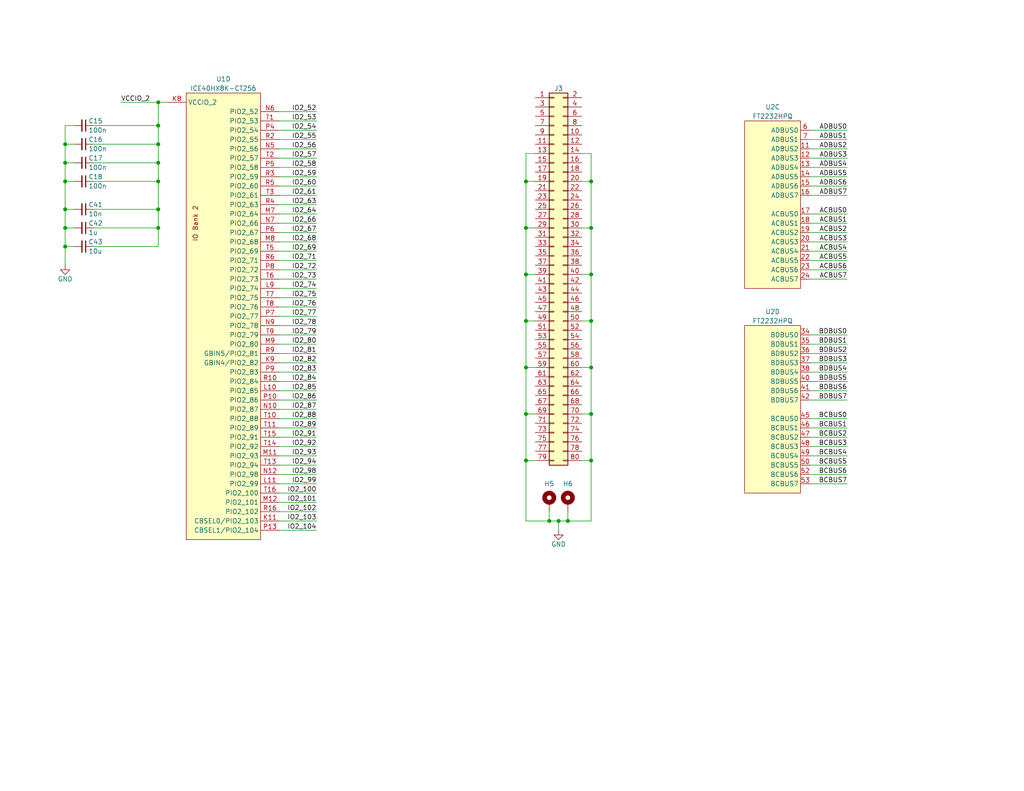
<source format=kicad_sch>
(kicad_sch (version 20211123) (generator eeschema)
  (paper "USLetter")
  (title_block (title "iCE40HX8K Development Board") (date "2022-04-30") (rev "0.1") (company "© 2022 Sam Hanes, licensed under CERN-OHL-S v2+") (comment 1 "https://github.com/Elemecca/ice40-dev"))
  (junction (at 161.29 49.53))
  (junction (at 161.29 125.73))
  (junction (at 43.18 62.23))
  (junction (at 17.78 62.23))
  (junction (at 17.78 67.31))
  (junction (at 143.51 100.33))
  (junction (at 43.18 27.94))
  (junction (at 161.29 113.03))
  (junction (at 43.18 34.29))
  (junction (at 143.51 87.63))
  (junction (at 143.51 74.93))
  (junction (at 154.94 142.24))
  (junction (at 17.78 44.45))
  (junction (at 152.4 142.24))
  (junction (at 143.51 49.53))
  (junction (at 161.29 74.93))
  (junction (at 143.51 125.73))
  (junction (at 161.29 87.63))
  (junction (at 161.29 100.33))
  (junction (at 43.18 49.53))
  (junction (at 143.51 62.23))
  (junction (at 43.18 57.15))
  (junction (at 17.78 49.53))
  (junction (at 143.51 113.03))
  (junction (at 43.18 44.45))
  (junction (at 17.78 57.15))
  (junction (at 17.78 39.37))
  (junction (at 161.29 62.23))
  (junction (at 43.18 39.37))
  (junction (at 149.86 142.24))
  (wire (pts (xy 43.18 49.53) (xy 43.18 57.15)))
  (wire (pts (xy 76.2 121.92) (xy 86.36 121.92)))
  (wire (pts (xy 76.2 111.76) (xy 86.36 111.76)))
  (wire (pts (xy 76.2 60.96) (xy 86.36 60.96)))
  (wire (pts (xy 20.32 34.29) (xy 17.78 34.29)))
  (wire (pts (xy 43.18 57.15) (xy 43.18 62.23)))
  (wire (pts (xy 76.2 106.68) (xy 86.36 106.68)))
  (wire (pts (xy 76.2 43.18) (xy 86.36 43.18)))
  (wire (pts (xy 43.18 44.45) (xy 25.4 44.45)))
  (wire (pts (xy 220.98 101.6) (xy 231.14 101.6)))
  (wire (pts (xy 76.2 109.22) (xy 86.36 109.22)))
  (wire (pts (xy 161.29 113.03) (xy 161.29 125.73)))
  (wire (pts (xy 220.98 40.64) (xy 231.14 40.64)))
  (wire (pts (xy 220.98 63.5) (xy 231.14 63.5)))
  (wire (pts (xy 76.2 132.08) (xy 86.36 132.08)))
  (wire (pts (xy 220.98 71.12) (xy 231.14 71.12)))
  (wire (pts (xy 43.18 34.29) (xy 25.4 34.29)))
  (wire (pts (xy 76.2 119.38) (xy 86.36 119.38)))
  (wire (pts (xy 149.86 139.7) (xy 149.86 142.24)))
  (wire (pts (xy 143.51 41.91) (xy 146.05 41.91)))
  (wire (pts (xy 143.51 100.33) (xy 143.51 113.03)))
  (wire (pts (xy 76.2 55.88) (xy 86.36 55.88)))
  (wire (pts (xy 220.98 114.3) (xy 231.14 114.3)))
  (wire (pts (xy 152.4 144.78) (xy 152.4 142.24)))
  (wire (pts (xy 76.2 114.3) (xy 86.36 114.3)))
  (wire (pts (xy 220.98 106.68) (xy 231.14 106.68)))
  (wire (pts (xy 220.98 132.08) (xy 231.14 132.08)))
  (wire (pts (xy 17.78 62.23) (xy 20.32 62.23)))
  (wire (pts (xy 33.02 27.94) (xy 43.18 27.94)))
  (wire (pts (xy 25.4 67.31) (xy 43.18 67.31)))
  (wire (pts (xy 143.51 125.73) (xy 146.05 125.73)))
  (wire (pts (xy 76.2 96.52) (xy 86.36 96.52)))
  (wire (pts (xy 17.78 57.15) (xy 20.32 57.15)))
  (wire (pts (xy 76.2 66.04) (xy 86.36 66.04)))
  (wire (pts (xy 143.51 87.63) (xy 146.05 87.63)))
  (wire (pts (xy 220.98 99.06) (xy 231.14 99.06)))
  (wire (pts (xy 220.98 68.58) (xy 231.14 68.58)))
  (wire (pts (xy 220.98 50.8) (xy 231.14 50.8)))
  (wire (pts (xy 76.2 129.54) (xy 86.36 129.54)))
  (wire (pts (xy 17.78 49.53) (xy 20.32 49.53)))
  (wire (pts (xy 220.98 60.96) (xy 231.14 60.96)))
  (wire (pts (xy 220.98 91.44) (xy 231.14 91.44)))
  (wire (pts (xy 220.98 66.04) (xy 231.14 66.04)))
  (wire (pts (xy 76.2 53.34) (xy 86.36 53.34)))
  (wire (pts (xy 220.98 127) (xy 231.14 127)))
  (wire (pts (xy 76.2 48.26) (xy 86.36 48.26)))
  (wire (pts (xy 76.2 139.7) (xy 86.36 139.7)))
  (wire (pts (xy 76.2 127) (xy 86.36 127)))
  (wire (pts (xy 158.75 49.53) (xy 161.29 49.53)))
  (wire (pts (xy 220.98 38.1) (xy 231.14 38.1)))
  (wire (pts (xy 76.2 68.58) (xy 86.36 68.58)))
  (wire (pts (xy 76.2 40.64) (xy 86.36 40.64)))
  (wire (pts (xy 152.4 142.24) (xy 154.94 142.24)))
  (wire (pts (xy 76.2 144.78) (xy 86.36 144.78)))
  (wire (pts (xy 76.2 78.74) (xy 86.36 78.74)))
  (wire (pts (xy 220.98 53.34) (xy 231.14 53.34)))
  (wire (pts (xy 17.78 34.29) (xy 17.78 39.37)))
  (wire (pts (xy 154.94 142.24) (xy 161.29 142.24)))
  (wire (pts (xy 76.2 91.44) (xy 86.36 91.44)))
  (wire (pts (xy 220.98 129.54) (xy 231.14 129.54)))
  (wire (pts (xy 143.51 113.03) (xy 143.51 125.73)))
  (wire (pts (xy 143.51 62.23) (xy 146.05 62.23)))
  (wire (pts (xy 76.2 83.82) (xy 86.36 83.82)))
  (wire (pts (xy 76.2 99.06) (xy 86.36 99.06)))
  (wire (pts (xy 143.51 100.33) (xy 146.05 100.33)))
  (wire (pts (xy 158.75 41.91) (xy 161.29 41.91)))
  (wire (pts (xy 220.98 96.52) (xy 231.14 96.52)))
  (wire (pts (xy 76.2 58.42) (xy 86.36 58.42)))
  (wire (pts (xy 161.29 41.91) (xy 161.29 49.53)))
  (wire (pts (xy 76.2 134.62) (xy 86.36 134.62)))
  (wire (pts (xy 43.18 39.37) (xy 25.4 39.37)))
  (wire (pts (xy 20.32 67.31) (xy 17.78 67.31)))
  (wire (pts (xy 76.2 88.9) (xy 86.36 88.9)))
  (wire (pts (xy 76.2 33.02) (xy 86.36 33.02)))
  (wire (pts (xy 154.94 139.7) (xy 154.94 142.24)))
  (wire (pts (xy 220.98 121.92) (xy 231.14 121.92)))
  (wire (pts (xy 43.18 39.37) (xy 43.18 44.45)))
  (wire (pts (xy 143.51 49.53) (xy 146.05 49.53)))
  (wire (pts (xy 76.2 137.16) (xy 86.36 137.16)))
  (wire (pts (xy 25.4 57.15) (xy 43.18 57.15)))
  (wire (pts (xy 220.98 58.42) (xy 231.14 58.42)))
  (wire (pts (xy 220.98 76.2) (xy 231.14 76.2)))
  (wire (pts (xy 17.78 67.31) (xy 17.78 72.39)))
  (wire (pts (xy 143.51 125.73) (xy 143.51 142.24)))
  (wire (pts (xy 43.18 27.94) (xy 45.72 27.94)))
  (wire (pts (xy 220.98 43.18) (xy 231.14 43.18)))
  (wire (pts (xy 161.29 74.93) (xy 161.29 87.63)))
  (wire (pts (xy 76.2 101.6) (xy 86.36 101.6)))
  (wire (pts (xy 76.2 81.28) (xy 86.36 81.28)))
  (wire (pts (xy 76.2 35.56) (xy 86.36 35.56)))
  (wire (pts (xy 220.98 119.38) (xy 231.14 119.38)))
  (wire (pts (xy 76.2 142.24) (xy 86.36 142.24)))
  (wire (pts (xy 158.75 100.33) (xy 161.29 100.33)))
  (wire (pts (xy 76.2 116.84) (xy 86.36 116.84)))
  (wire (pts (xy 143.51 87.63) (xy 143.51 100.33)))
  (wire (pts (xy 76.2 73.66) (xy 86.36 73.66)))
  (wire (pts (xy 25.4 62.23) (xy 43.18 62.23)))
  (wire (pts (xy 220.98 48.26) (xy 231.14 48.26)))
  (wire (pts (xy 149.86 142.24) (xy 143.51 142.24)))
  (wire (pts (xy 143.51 113.03) (xy 146.05 113.03)))
  (wire (pts (xy 143.51 74.93) (xy 146.05 74.93)))
  (wire (pts (xy 76.2 93.98) (xy 86.36 93.98)))
  (wire (pts (xy 161.29 125.73) (xy 161.29 142.24)))
  (wire (pts (xy 17.78 39.37) (xy 17.78 44.45)))
  (wire (pts (xy 43.18 44.45) (xy 43.18 49.53)))
  (wire (pts (xy 17.78 62.23) (xy 17.78 57.15)))
  (wire (pts (xy 43.18 62.23) (xy 43.18 67.31)))
  (wire (pts (xy 161.29 62.23) (xy 161.29 74.93)))
  (wire (pts (xy 17.78 44.45) (xy 17.78 49.53)))
  (wire (pts (xy 76.2 86.36) (xy 86.36 86.36)))
  (wire (pts (xy 76.2 30.48) (xy 86.36 30.48)))
  (wire (pts (xy 76.2 63.5) (xy 86.36 63.5)))
  (wire (pts (xy 220.98 116.84) (xy 231.14 116.84)))
  (wire (pts (xy 76.2 124.46) (xy 86.36 124.46)))
  (wire (pts (xy 20.32 44.45) (xy 17.78 44.45)))
  (wire (pts (xy 17.78 57.15) (xy 17.78 49.53)))
  (wire (pts (xy 158.75 62.23) (xy 161.29 62.23)))
  (wire (pts (xy 220.98 124.46) (xy 231.14 124.46)))
  (wire (pts (xy 161.29 100.33) (xy 161.29 113.03)))
  (wire (pts (xy 220.98 45.72) (xy 231.14 45.72)))
  (wire (pts (xy 158.75 113.03) (xy 161.29 113.03)))
  (wire (pts (xy 158.75 74.93) (xy 161.29 74.93)))
  (wire (pts (xy 220.98 73.66) (xy 231.14 73.66)))
  (wire (pts (xy 143.51 62.23) (xy 143.51 74.93)))
  (wire (pts (xy 17.78 67.31) (xy 17.78 62.23)))
  (wire (pts (xy 76.2 71.12) (xy 86.36 71.12)))
  (wire (pts (xy 161.29 87.63) (xy 161.29 100.33)))
  (wire (pts (xy 143.51 74.93) (xy 143.51 87.63)))
  (wire (pts (xy 76.2 76.2) (xy 86.36 76.2)))
  (wire (pts (xy 143.51 41.91) (xy 143.51 49.53)))
  (wire (pts (xy 143.51 49.53) (xy 143.51 62.23)))
  (wire (pts (xy 161.29 49.53) (xy 161.29 62.23)))
  (wire (pts (xy 20.32 39.37) (xy 17.78 39.37)))
  (wire (pts (xy 220.98 93.98) (xy 231.14 93.98)))
  (wire (pts (xy 76.2 38.1) (xy 86.36 38.1)))
  (wire (pts (xy 152.4 142.24) (xy 149.86 142.24)))
  (wire (pts (xy 158.75 87.63) (xy 161.29 87.63)))
  (wire (pts (xy 220.98 109.22) (xy 231.14 109.22)))
  (wire (pts (xy 76.2 50.8) (xy 86.36 50.8)))
  (wire (pts (xy 43.18 27.94) (xy 43.18 34.29)))
  (wire (pts (xy 76.2 104.14) (xy 86.36 104.14)))
  (wire (pts (xy 43.18 34.29) (xy 43.18 39.37)))
  (wire (pts (xy 220.98 35.56) (xy 231.14 35.56)))
  (wire (pts (xy 76.2 45.72) (xy 86.36 45.72)))
  (wire (pts (xy 43.18 49.53) (xy 25.4 49.53)))
  (wire (pts (xy 158.75 125.73) (xy 161.29 125.73)))
  (wire (pts (xy 220.98 104.14) (xy 231.14 104.14)))
  (label "IO2_103" (at 86.36 142.24 180))
  (label "BCBUS3" (at 231.14 121.92 180))
  (label "ACBUS7" (at 231.14 76.2 180))
  (label "IO2_94" (at 86.36 127 180))
  (label "IO2_93" (at 86.36 124.46 180))
  (label "IO2_59" (at 86.36 48.26 180))
  (label "ADBUS6" (at 231.14 50.8 180))
  (label "IO2_80" (at 86.36 93.98 180))
  (label "ADBUS0" (at 231.14 35.56 180))
  (label "ACBUS3" (at 231.14 66.04 180))
  (label "IO2_58" (at 86.36 45.72 180))
  (label "IO2_72" (at 86.36 73.66 180))
  (label "BDBUS6" (at 231.14 106.68 180))
  (label "BCBUS7" (at 231.14 132.08 180))
  (label "VCCIO_2" (at 33.02 27.94 0))
  (label "ADBUS3" (at 231.14 43.18 180))
  (label "IO2_98" (at 86.36 129.54 180))
  (label "BCBUS5" (at 231.14 127 180))
  (label "IO2_53" (at 86.36 33.02 180))
  (label "IO2_88" (at 86.36 114.3 180))
  (label "IO2_68" (at 86.36 66.04 180))
  (label "IO2_64" (at 86.36 58.42 180))
  (label "IO2_104" (at 86.36 144.78 180))
  (label "IO2_79" (at 86.36 91.44 180))
  (label "IO2_84" (at 86.36 104.14 180))
  (label "ADBUS5" (at 231.14 48.26 180))
  (label "IO2_86" (at 86.36 109.22 180))
  (label "ADBUS7" (at 231.14 53.34 180))
  (label "IO2_55" (at 86.36 38.1 180))
  (label "ADBUS2" (at 231.14 40.64 180))
  (label "IO2_57" (at 86.36 43.18 180))
  (label "IO2_66" (at 86.36 60.96 180))
  (label "ACBUS0" (at 231.14 58.42 180))
  (label "BCBUS6" (at 231.14 129.54 180))
  (label "BCBUS0" (at 231.14 114.3 180))
  (label "IO2_78" (at 86.36 88.9 180))
  (label "IO2_87" (at 86.36 111.76 180))
  (label "BCBUS2" (at 231.14 119.38 180))
  (label "IO2_92" (at 86.36 121.92 180))
  (label "IO2_101" (at 86.36 137.16 180))
  (label "IO2_56" (at 86.36 40.64 180))
  (label "ACBUS2" (at 231.14 63.5 180))
  (label "IO2_63" (at 86.36 55.88 180))
  (label "IO2_81" (at 86.36 96.52 180))
  (label "IO2_99" (at 86.36 132.08 180))
  (label "IO2_100" (at 86.36 134.62 180))
  (label "ADBUS4" (at 231.14 45.72 180))
  (label "BDBUS7" (at 231.14 109.22 180))
  (label "IO2_91" (at 86.36 119.38 180))
  (label "ACBUS6" (at 231.14 73.66 180))
  (label "BDBUS5" (at 231.14 104.14 180))
  (label "IO2_54" (at 86.36 35.56 180))
  (label "IO2_69" (at 86.36 68.58 180))
  (label "ACBUS4" (at 231.14 68.58 180))
  (label "BCBUS4" (at 231.14 124.46 180))
  (label "IO2_73" (at 86.36 76.2 180))
  (label "ACBUS1" (at 231.14 60.96 180))
  (label "IO2_61" (at 86.36 53.34 180))
  (label "BDBUS4" (at 231.14 101.6 180))
  (label "ACBUS5" (at 231.14 71.12 180))
  (label "IO2_71" (at 86.36 71.12 180))
  (label "IO2_85" (at 86.36 106.68 180))
  (label "IO2_76" (at 86.36 83.82 180))
  (label "IO2_102" (at 86.36 139.7 180))
  (label "IO2_75" (at 86.36 81.28 180))
  (label "IO2_82" (at 86.36 99.06 180))
  (label "IO2_74" (at 86.36 78.74 180))
  (label "BCBUS1" (at 231.14 116.84 180))
  (label "IO2_83" (at 86.36 101.6 180))
  (label "BDBUS2" (at 231.14 96.52 180))
  (label "IO2_60" (at 86.36 50.8 180))
  (label "ADBUS1" (at 231.14 38.1 180))
  (label "BDBUS3" (at 231.14 99.06 180))
  (label "BDBUS0" (at 231.14 91.44 180))
  (label "IO2_89" (at 86.36 116.84 180))
  (label "IO2_52" (at 86.36 30.48 180))
  (label "IO2_67" (at 86.36 63.5 180))
  (label "BDBUS1" (at 231.14 93.98 180))
  (label "IO2_77" (at 86.36 86.36 180))
  (symbol (lib_id "Mechanical:MountingHole_Pad") (at 149.86 137.16 0) (unit 1)
    (property "Reference" "H5" (at 149.86 132.08 0))
    (property "Value" "9774020633" (effects hide))
    (property "Footprint" "Mounting_Wuerth:Mounting_Wuerth_WA-SMSI-M1.6_H2mm_9774020633" (effects hide))
    (property "Datasheet" "https://www.we-online.com/catalog/datasheet/9774020633R.pdf" (effects hide))
  )
  (symbol (lib_id "Mechanical:MountingHole_Pad") (at 154.94 137.16 0) (unit 1)
    (property "Reference" "H6" (at 154.94 132.08 0))
    (property "Value" "9774020633" (effects hide))
    (property "Footprint" "Mounting_Wuerth:Mounting_Wuerth_WA-SMSI-M1.6_H2mm_9774020633" (effects hide))
    (property "Datasheet" "https://www.we-online.com/catalog/datasheet/9774020633R.pdf" (effects hide))
  )
  (symbol (lib_id "power:GND") (at 17.78 72.39 0) (unit 1)
    (property "Reference" "#PWR0108" (effects hide))
    (property "Value" "GND" (at 17.78 76.2 0))
  )
  (symbol (lib_id "Device:C_Small") (at 22.86 67.31 270) (unit 1)
    (property "Reference" "C43" (at 24.13 66.04 90) (effects (justify left)))
    (property "Value" "10u" (at 24.13 68.58 90) (effects (justify left)))
    (property "Footprint" "0Local:C_SMD_0402_Pad0.5mm" (effects hide))
  )
  (symbol (lib_id "Device:C_Small") (at 22.86 62.23 270) (unit 1)
    (property "Reference" "C42" (at 24.13 60.96 90) (effects (justify left)))
    (property "Value" "1u" (at 24.13 63.5 90) (effects (justify left)))
    (property "Footprint" "0Local:C_SMD_0402_Pad0.5mm" (effects hide))
  )
  (symbol (lib_id "Device:C_Small") (at 22.86 34.29 270) (unit 1)
    (property "Reference" "C15" (at 24.13 33.02 90) (effects (justify left)))
    (property "Value" "100n" (at 24.13 35.56 90) (effects (justify left)))
    (property "Footprint" "0Local:C_SMD_0402_Pad0.5mm" (effects hide))
  )
  (symbol (lib_id "power:GND") (at 152.4 144.78 0) (unit 1)
    (property "Reference" "#PWR017" (effects hide))
    (property "Value" "GND" (at 152.4 148.59 0))
  )
  (symbol (lib_name "FT2232HPQ_1") (lib_id "0Local:FT2232HPQ") (at 210.82 55.88 0) (unit 3)
    (property "Reference" "U2" (at 210.82 29.21 0))
    (property "Value" "FT2232HPQ" (at 210.82 31.75 0))
    (property "Footprint" "Package_DFN_QFN:QFN-68-1EP_8x8mm_P0.4mm_EP5.2x5.2mm" (effects hide))
    (property "Datasheet" "https://ftdichip.com/wp-content/uploads/2022/06/DS_FT2233HP.pdf" (effects hide))
  )
  (symbol (lib_id "0Local:ICE40HX8K-CT256") (at 60.96 27.94 0) (unit 4)
    (property "Reference" "U1" (at 60.96 21.59 0))
    (property "Value" "ICE40HX8K-CT256" (at 60.96 24.13 0))
    (property "Footprint" "0Local:Lattice_caBGA-256_14x14mm_Layout16x16_P0.8mm_Ball0.4mm_Pad0.5mm_SMD" (effects hide))
    (property "Datasheet" "https://www.latticesemi.com/view_document?document_id=49312" (effects hide))
  )
  (symbol (lib_id "Device:C_Small") (at 22.86 39.37 270) (unit 1)
    (property "Reference" "C16" (at 24.13 38.1 90) (effects (justify left)))
    (property "Value" "100n" (at 24.13 40.64 90) (effects (justify left)))
    (property "Footprint" "0Local:C_SMD_0402_Pad0.5mm" (effects hide))
  )
  (symbol (lib_id "Device:C_Small") (at 22.86 44.45 270) (unit 1)
    (property "Reference" "C17" (at 24.13 43.18 90) (effects (justify left)))
    (property "Value" "100n" (at 24.13 45.72 90) (effects (justify left)))
    (property "Footprint" "0Local:C_SMD_0402_Pad0.5mm" (effects hide))
  )
  (symbol (lib_id "Device:C_Small") (at 22.86 49.53 270) (unit 1)
    (property "Reference" "C18" (at 24.13 48.26 90) (effects (justify left)))
    (property "Value" "100n" (at 24.13 50.8 90) (effects (justify left)))
    (property "Footprint" "0Local:C_SMD_0402_Pad0.5mm" (effects hide))
  )
  (symbol (lib_id "Device:C_Small") (at 22.86 57.15 270) (unit 1)
    (property "Reference" "C41" (at 24.13 55.88 90) (effects (justify left)))
    (property "Value" "10n" (at 24.13 58.42 90) (effects (justify left)))
    (property "Footprint" "0Local:C_SMD_0402_Pad0.5mm" (effects hide))
  )
  (symbol (lib_id "0Local:FT2232HPQ") (at 210.82 111.76 0) (unit 4)
    (property "Reference" "U2" (at 210.82 85.09 0))
    (property "Value" "FT2232HPQ" (at 210.82 87.63 0))
    (property "Footprint" "Package_DFN_QFN:QFN-68-1EP_8x8mm_P0.4mm_EP5.2x5.2mm" (effects hide))
    (property "Datasheet" "https://ftdichip.com/wp-content/uploads/2022/06/DS_FT2233HP.pdf" (effects hide))
  )
  (symbol (lib_id "Connector_Generic:Conn_02x40_Odd_Even") (at 151.13 74.93 0) (unit 1)
    (property "Reference" "J3" (at 152.4 24.13 0))
    (property "Value" "DF40HC(4.0)-80DS" (effects hide))
    (property "Footprint" "0Local:Hirose_DF40C-80DS" (effects hide))
  )
)
</source>
